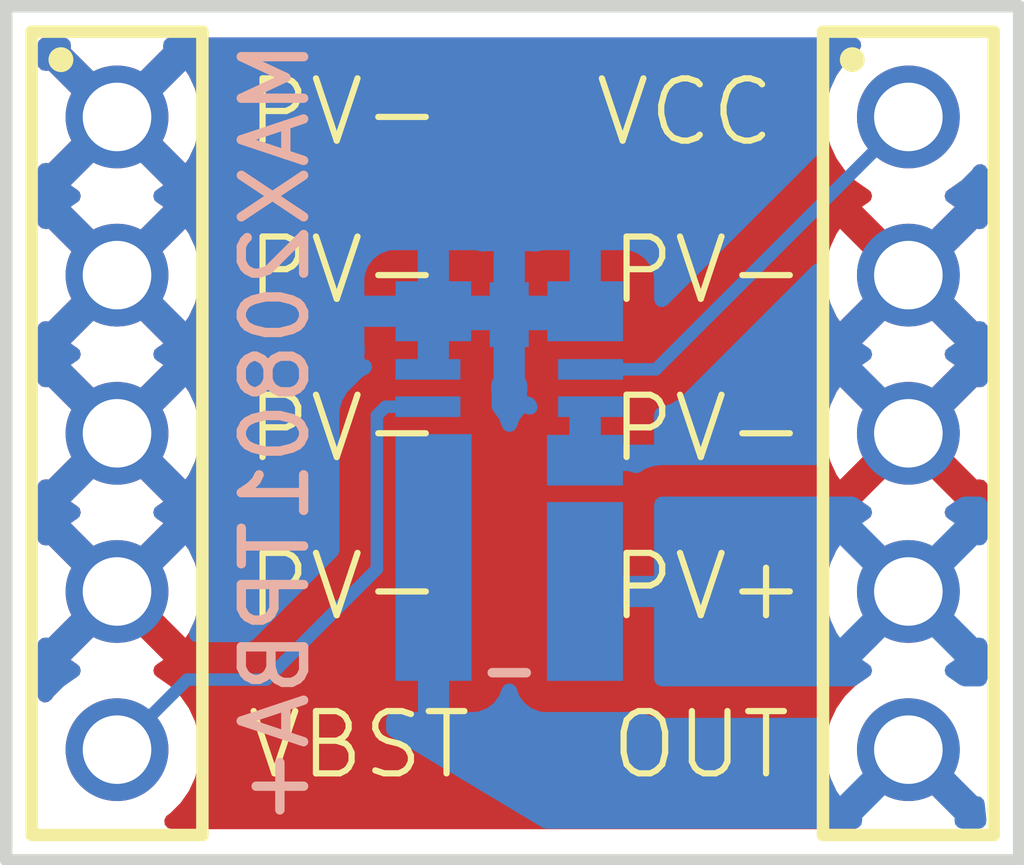
<source format=kicad_pcb>
(kicad_pcb (version 20240108) (generator "pcbnew") (generator_version "8.0")
  (layers (0 "F.Cu" signal) (31 "B.Cu" signal) (34 "B.Paste" user) (35 "F.Paste" user) (36 "B.SilkS" user "B.Silkscreen") (37 "F.SilkS" user "F.Silkscreen") (38 "B.Mask" user) (39 "F.Mask" user) (44 "Edge.Cuts" user))
  (net 0 "")
  (net 1 "/PV-")
  (net 2 "/VBST")
  (net 3 "/VCC")
  (net 4 "/OUT")
  (net 5 "/PV+")
  (footprint "Capstone:61300511121" (layer "F.Cu") (at 137.16 99.06 -90)
    (property "Reference" "J1" (hide yes))
    (property "Value" "61300511121" (hide yes))
    (fp_line (start -6.45 1.37) (end -6.45 -1.37) (stroke (width 0.2)) (layer "F.SilkS"))
    (fp_line (start 6.45 1.37) (end -6.45 1.37) (stroke (width 0.2)) (layer "F.SilkS"))
    (fp_line (start -6.45 -1.37) (end 6.45 -1.37) (stroke (width 0.2)) (layer "F.SilkS"))
    (fp_line (start 6.45 -1.37) (end 6.45 1.37) (stroke (width 0.2)) (layer "F.SilkS"))
    (fp_circle (center -6 0.9) (end -5.9 0.9) (stroke (width 0.2)) (fill none) (layer "F.SilkS"))
    (pad "1" thru_hole circle (at -5.08 0 270) (size 1.65 1.65) (drill 1.1) (layers "*.Cu" "*.Mask") (net 1 "/PV-"))
    (pad "2" thru_hole circle (at -2.54 0 270) (size 1.65 1.65) (drill 1.1) (layers "*.Cu" "*.Mask") (net 1 "/PV-"))
    (pad "3" thru_hole circle (at 0 0 270) (size 1.65 1.65) (drill 1.1) (layers "*.Cu" "*.Mask") (net 1 "/PV-"))
    (pad "4" thru_hole circle (at 2.54 0 270) (size 1.65 1.65) (drill 1.1) (layers "*.Cu" "*.Mask") (net 1 "/PV-"))
    (pad "5" thru_hole circle (at 5.08 0 270) (size 1.65 1.65) (drill 1.1) (layers "*.Cu" "*.Mask") (net 2 "/VBST"))
  )
  (footprint "Capstone:61300511121" (layer "F.Cu") (at 149.86 99.06 -90)
    (property "Reference" "J2" (hide yes))
    (property "Value" "61300511121" (hide yes))
    (fp_line (start -6.45 1.37) (end -6.45 -1.37) (stroke (width 0.2)) (layer "F.SilkS"))
    (fp_line (start 6.45 1.37) (end -6.45 1.37) (stroke (width 0.2)) (layer "F.SilkS"))
    (fp_line (start -6.45 -1.37) (end 6.45 -1.37) (stroke (width 0.2)) (layer "F.SilkS"))
    (fp_line (start 6.45 -1.37) (end 6.45 1.37) (stroke (width 0.2)) (layer "F.SilkS"))
    (fp_circle (center -6 0.9) (end -5.9 0.9) (stroke (width 0.2)) (fill none) (layer "F.SilkS"))
    (pad "1" thru_hole circle (at -5.08 0 270) (size 1.65 1.65) (drill 1.1) (layers "*.Cu" "*.Mask") (net 3 "/VCC"))
    (pad "2" thru_hole circle (at -2.54 0 270) (size 1.65 1.65) (drill 1.1) (layers "*.Cu" "*.Mask") (net 1 "/PV-"))
    (pad "3" thru_hole circle (at 0 0 270) (size 1.65 1.65) (drill 1.1) (layers "*.Cu" "*.Mask") (net 1 "/PV-"))
    (pad "4" thru_hole circle (at 2.54 0 270) (size 1.65 1.65) (drill 1.1) (layers "*.Cu" "*.Mask") (net 5 "/PV+"))
    (pad "5" thru_hole circle (at 5.08 0 270) (size 1.65 1.65) (drill 1.1) (layers "*.Cu" "*.Mask") (net 4 "/OUT"))
  )
  (footprint "Capstone:21-100119_MXM" (layer "B.Cu") (at 142.149882 98.633103 180)
    (property "Reference" "U1" (hide yes))
    (property "Value" "MAX20801TPBA+" (at 2.449882 -0.426897 90) (layer "B.SilkS") (effects (justify mirror)))
    (fp_line (start -1.032458 -4.270999) (end -1.577669 -4.270999) (stroke (width 0.1524)) (layer "B.SilkS"))
    (pad "1" smd rect (at -2.609999 0.599999 180) (size 1.0414 0.3302) (layers "B.Cu" "B.Paste" "B.Mask") (net 3 "/VCC"))
    (pad "2" smd rect (at -2.609999 0 180) (size 1.0414 0.3302) (layers "B.Cu" "B.Paste" "B.Mask") (net 1 "/PV-"))
    (pad "3" smd rect (at -2.52 -0.858609 180) (size 1.2192 0.8128) (layers "B.Cu" "B.Paste" "B.Mask") (net 1 "/PV-"))
    (pad "4" smd rect (at -2.520009 -2.966897 180) (size 1.2192 2.8702) (layers "B.Cu" "B.Paste" "B.Mask") (net 5 "/PV+"))
    (pad "5" smd rect (at -0.090118 -2.420492 180) (size 1.2192 3.9624) (layers "B.Cu" "B.Paste" "B.Mask") (net 4 "/OUT"))
    (pad "6" smd rect (at 0 0 180) (size 1.0414 0.3302) (layers "B.Cu" "B.Paste" "B.Mask") (net 2 "/VBST"))
    (pad "7" smd rect (at 0 0.599999 180) (size 1.0414 0.3302) (layers "B.Cu" "B.Paste" "B.Mask") (net 1 "/PV-"))
    (pad "8" smd rect (at -0.0865 1.532891 180) (size 1.213 0.962) (layers "B.Cu" "B.Paste" "B.Mask") (net 1 "/PV-"))
    (pad "9" smd rect (at -1.305 1.478992 180) (size 0.625 1.038) (layers "B.Cu" "B.Paste" "B.Mask") (net 1 "/PV-"))
    (pad "10" smd rect (at -2.5235 1.532891 180) (size 1.213 0.962) (layers "B.Cu" "B.Paste" "B.Mask") (net 1 "/PV-"))
  )
  (gr_rect (start 135.382 92.202) (end 151.638 105.918) (stroke (width 0.2)) (fill none) (layer "Edge.Cuts"))
  (gr_text "PV-" (at 145.034 99.568 0) (layer "F.SilkS") (effects (font (size 1 1) (thickness 0.1)) (justify left bottom)))
  (gr_text "PV-" (at 139.192 94.488 0) (layer "F.SilkS") (effects (font (size 1 1) (thickness 0.1)) (justify left bottom)))
  (gr_text "VCC" (at 144.78 94.488 0) (layer "F.SilkS") (effects (font (size 1 1) (thickness 0.1)) (justify left bottom)))
  (gr_text "OUT" (at 145.034 104.648 0) (layer "F.SilkS") (effects (font (size 1 1) (thickness 0.1)) (justify left bottom)))
  (gr_text "VBST" (at 139.192 104.648 0) (layer "F.SilkS") (effects (font (size 1 1) (thickness 0.1)) (justify left bottom)))
  (gr_text "PV+" (at 145.034 102.108 0) (layer "F.SilkS") (effects (font (size 1 1) (thickness 0.1)) (justify left bottom)))
  (gr_text "PV-" (at 139.192 102.108 0) (layer "F.SilkS") (effects (font (size 1 1) (thickness 0.1)) (justify left bottom)))
  (gr_text "PV-" (at 139.192 97.028 0) (layer "F.SilkS") (effects (font (size 1 1) (thickness 0.1)) (justify left bottom)))
  (gr_text "PV-" (at 145.034 97.028 0) (layer "F.SilkS") (effects (font (size 1 1) (thickness 0.1)) (justify left bottom)))
  (gr_text "PV-" (at 139.192 99.568 0) (layer "F.SilkS") (effects (font (size 1 1) (thickness 0.1)) (justify left bottom)))
  (segment (start 142.149882 98.633103) (end 141.469692 98.633103) (width 0.2) (layer "B.Cu") (net 2))
  (segment (start 141.3304 101.2396) (end 139.555 103.015) (width 0.2) (layer "B.Cu") (net 2))
  (segment (start 141.469692 98.633103) (end 141.3304 98.772395) (width 0.2) (layer "B.Cu") (net 2))
  (segment (start 138.285 103.015) (end 137.16 104.14) (width 0.2) (layer "B.Cu") (net 2))
  (segment (start 139.555 103.015) (end 138.285 103.015) (width 0.2) (layer "B.Cu") (net 2))
  (segment (start 141.3304 98.772395) (end 141.3304 101.2396) (width 0.2) (layer "B.Cu") (net 2))
  (segment (start 144.759881 98.033104) (end 145.806896 98.033104) (width 0.2) (layer "B.Cu") (net 3))
  (segment (start 145.806896 98.033104) (end 149.86 93.98) (width 0.2) (layer "B.Cu") (net 3))
  (zone (net 1) (net_name "/PV-") (layers "F&B.Cu") (connect_pads (clearance 0.5)) (min_thickness 0.25) (fill yes (thermal_gap 0.5) (thermal_bridge_width 0.5))
    (polygon (pts (xy 135.636 92.456) (xy 135.636 105.664) (xy 151.384 105.664) (xy 151.384 92.456)))
  )
  (zone (net 5) (net_name "/PV+") (layer "B.Cu") (priority 2) (connect_pads (clearance 0.5)) (min_thickness 0.25) (fill yes (thermal_gap 0.5) (thermal_bridge_width 0.5))
    (polygon (pts (xy 144.018 100.076) (xy 151.13 100.076) (xy 151.13 103.124) (xy 144.018 103.124)))
  )
  (zone (net 4) (net_name "/OUT") (layer "B.Cu") (priority 1) (connect_pads (clearance 0.5)) (min_thickness 0.25) (fill yes (thermal_gap 0.5) (thermal_bridge_width 0.5))
    (polygon (pts (xy 141.478 99.06) (xy 141.478 103.886) (xy 144.018 105.41) (xy 151.13 105.41) (xy 150.876 103.124) (xy 144.018 103.124) (xy 143.256 99.06)))
  )
)
</source>
